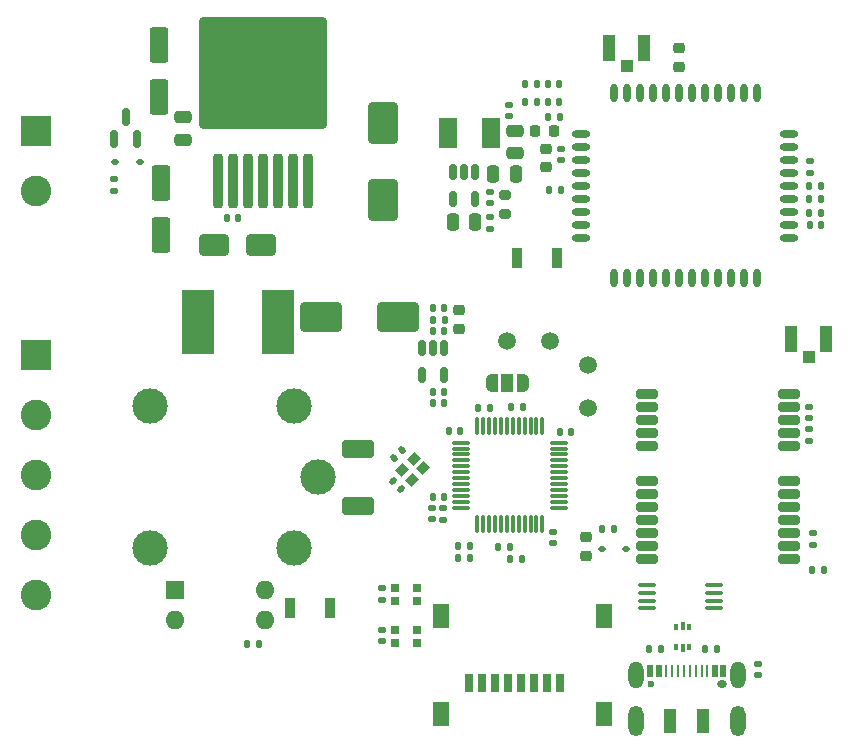
<source format=gbr>
%TF.GenerationSoftware,KiCad,Pcbnew,(7.0.0)*%
%TF.CreationDate,2023-06-28T18:16:18+03:00*%
%TF.ProjectId,GeoLock,47656f4c-6f63-46b2-9e6b-696361645f70,rev?*%
%TF.SameCoordinates,Original*%
%TF.FileFunction,Soldermask,Top*%
%TF.FilePolarity,Negative*%
%FSLAX46Y46*%
G04 Gerber Fmt 4.6, Leading zero omitted, Abs format (unit mm)*
G04 Created by KiCad (PCBNEW (7.0.0)) date 2023-06-28 18:16:18*
%MOMM*%
%LPD*%
G01*
G04 APERTURE LIST*
G04 Aperture macros list*
%AMRoundRect*
0 Rectangle with rounded corners*
0 $1 Rounding radius*
0 $2 $3 $4 $5 $6 $7 $8 $9 X,Y pos of 4 corners*
0 Add a 4 corners polygon primitive as box body*
4,1,4,$2,$3,$4,$5,$6,$7,$8,$9,$2,$3,0*
0 Add four circle primitives for the rounded corners*
1,1,$1+$1,$2,$3*
1,1,$1+$1,$4,$5*
1,1,$1+$1,$6,$7*
1,1,$1+$1,$8,$9*
0 Add four rect primitives between the rounded corners*
20,1,$1+$1,$2,$3,$4,$5,0*
20,1,$1+$1,$4,$5,$6,$7,0*
20,1,$1+$1,$6,$7,$8,$9,0*
20,1,$1+$1,$8,$9,$2,$3,0*%
%AMRotRect*
0 Rectangle, with rotation*
0 The origin of the aperture is its center*
0 $1 length*
0 $2 width*
0 $3 Rotation angle, in degrees counterclockwise*
0 Add horizontal line*
21,1,$1,$2,0,0,$3*%
%AMFreePoly0*
4,1,19,0.550000,-0.750000,0.000000,-0.750000,0.000000,-0.744911,-0.071157,-0.744911,-0.207708,-0.704816,-0.327430,-0.627875,-0.420627,-0.520320,-0.479746,-0.390866,-0.500000,-0.250000,-0.500000,0.250000,-0.479746,0.390866,-0.420627,0.520320,-0.327430,0.627875,-0.207708,0.704816,-0.071157,0.744911,0.000000,0.744911,0.000000,0.750000,0.550000,0.750000,0.550000,-0.750000,0.550000,-0.750000,
$1*%
%AMFreePoly1*
4,1,19,0.000000,0.744911,0.071157,0.744911,0.207708,0.704816,0.327430,0.627875,0.420627,0.520320,0.479746,0.390866,0.500000,0.250000,0.500000,-0.250000,0.479746,-0.390866,0.420627,-0.520320,0.327430,-0.627875,0.207708,-0.704816,0.071157,-0.744911,0.000000,-0.744911,0.000000,-0.750000,-0.550000,-0.750000,-0.550000,0.750000,0.000000,0.750000,0.000000,0.744911,0.000000,0.744911,
$1*%
G04 Aperture macros list end*
%ADD10RoundRect,0.140000X0.140000X0.170000X-0.140000X0.170000X-0.140000X-0.170000X0.140000X-0.170000X0*%
%ADD11RoundRect,0.135000X0.135000X0.185000X-0.135000X0.185000X-0.135000X-0.185000X0.135000X-0.185000X0*%
%ADD12RoundRect,0.250000X0.475000X-0.250000X0.475000X0.250000X-0.475000X0.250000X-0.475000X-0.250000X0*%
%ADD13RoundRect,0.250000X0.550000X-1.250000X0.550000X1.250000X-0.550000X1.250000X-0.550000X-1.250000X0*%
%ADD14RoundRect,0.135000X-0.135000X-0.185000X0.135000X-0.185000X0.135000X0.185000X-0.135000X0.185000X0*%
%ADD15RoundRect,0.147500X-0.147500X-0.172500X0.147500X-0.172500X0.147500X0.172500X-0.147500X0.172500X0*%
%ADD16RoundRect,0.135000X-0.185000X0.135000X-0.185000X-0.135000X0.185000X-0.135000X0.185000X0.135000X0*%
%ADD17RoundRect,0.250000X-1.100000X0.500000X-1.100000X-0.500000X1.100000X-0.500000X1.100000X0.500000X0*%
%ADD18RoundRect,0.250000X-1.000000X-0.650000X1.000000X-0.650000X1.000000X0.650000X-1.000000X0.650000X0*%
%ADD19RoundRect,0.140000X-0.140000X-0.170000X0.140000X-0.170000X0.140000X0.170000X-0.140000X0.170000X0*%
%ADD20RoundRect,0.147500X0.147500X0.172500X-0.147500X0.172500X-0.147500X-0.172500X0.147500X-0.172500X0*%
%ADD21RoundRect,0.250000X-1.500000X-1.000000X1.500000X-1.000000X1.500000X1.000000X-1.500000X1.000000X0*%
%ADD22RoundRect,0.140000X-0.170000X0.140000X-0.170000X-0.140000X0.170000X-0.140000X0.170000X0.140000X0*%
%ADD23RoundRect,0.150000X0.150000X-0.587500X0.150000X0.587500X-0.150000X0.587500X-0.150000X-0.587500X0*%
%ADD24RoundRect,0.150000X-0.150000X0.512500X-0.150000X-0.512500X0.150000X-0.512500X0.150000X0.512500X0*%
%ADD25C,1.500000*%
%ADD26O,0.600000X1.600000*%
%ADD27O,1.600000X0.600000*%
%ADD28R,0.800000X1.500000*%
%ADD29R,1.450000X2.000000*%
%ADD30RoundRect,0.200000X0.700000X0.200000X-0.700000X0.200000X-0.700000X-0.200000X0.700000X-0.200000X0*%
%ADD31RoundRect,0.250000X-0.475000X0.250000X-0.475000X-0.250000X0.475000X-0.250000X0.475000X0.250000X0*%
%ADD32RoundRect,0.250000X1.000000X-1.500000X1.000000X1.500000X-1.000000X1.500000X-1.000000X-1.500000X0*%
%ADD33RoundRect,0.140000X-0.021213X0.219203X-0.219203X0.021213X0.021213X-0.219203X0.219203X-0.021213X0*%
%ADD34R,1.000000X1.050000*%
%ADD35R,1.050000X2.200000*%
%ADD36RoundRect,0.147500X0.172500X-0.147500X0.172500X0.147500X-0.172500X0.147500X-0.172500X-0.147500X0*%
%ADD37RoundRect,0.225000X-0.250000X0.225000X-0.250000X-0.225000X0.250000X-0.225000X0.250000X0.225000X0*%
%ADD38RoundRect,0.140000X0.170000X-0.140000X0.170000X0.140000X-0.170000X0.140000X-0.170000X-0.140000X0*%
%ADD39RoundRect,0.218750X-0.256250X0.218750X-0.256250X-0.218750X0.256250X-0.218750X0.256250X0.218750X0*%
%ADD40RoundRect,0.112500X0.187500X0.112500X-0.187500X0.112500X-0.187500X-0.112500X0.187500X-0.112500X0*%
%ADD41R,0.700000X0.700000*%
%ADD42RotRect,0.900000X0.800000X45.000000*%
%ADD43RoundRect,0.135000X0.185000X-0.135000X0.185000X0.135000X-0.185000X0.135000X-0.185000X-0.135000X0*%
%ADD44RoundRect,0.112500X-0.187500X-0.112500X0.187500X-0.112500X0.187500X0.112500X-0.187500X0.112500X0*%
%ADD45RoundRect,0.218750X0.218750X0.256250X-0.218750X0.256250X-0.218750X-0.256250X0.218750X-0.256250X0*%
%ADD46RoundRect,0.075000X-0.662500X-0.075000X0.662500X-0.075000X0.662500X0.075000X-0.662500X0.075000X0*%
%ADD47RoundRect,0.075000X-0.075000X-0.662500X0.075000X-0.662500X0.075000X0.662500X-0.075000X0.662500X0*%
%ADD48RoundRect,0.250000X-0.550000X1.250000X-0.550000X-1.250000X0.550000X-1.250000X0.550000X1.250000X0*%
%ADD49R,0.900000X1.700000*%
%ADD50R,2.750000X5.500000*%
%ADD51RoundRect,0.250000X-0.250000X-0.475000X0.250000X-0.475000X0.250000X0.475000X-0.250000X0.475000X0*%
%ADD52RoundRect,0.200000X-0.275000X0.200000X-0.275000X-0.200000X0.275000X-0.200000X0.275000X0.200000X0*%
%ADD53C,3.000000*%
%ADD54R,2.600000X2.600000*%
%ADD55C,2.600000*%
%ADD56RoundRect,0.200000X0.200000X-2.100000X0.200000X2.100000X-0.200000X2.100000X-0.200000X-2.100000X0*%
%ADD57RoundRect,0.250002X5.149998X-4.449998X5.149998X4.449998X-5.149998X4.449998X-5.149998X-4.449998X0*%
%ADD58FreePoly0,0.000000*%
%ADD59R,1.000000X1.500000*%
%ADD60FreePoly1,0.000000*%
%ADD61RoundRect,0.140000X0.219203X0.021213X0.021213X0.219203X-0.219203X-0.021213X-0.021213X-0.219203X0*%
%ADD62R,0.375000X0.500000*%
%ADD63R,0.300000X0.650000*%
%ADD64RoundRect,0.100000X-0.637500X-0.100000X0.637500X-0.100000X0.637500X0.100000X-0.637500X0.100000X0*%
%ADD65R,1.600000X1.600000*%
%ADD66O,1.600000X1.600000*%
%ADD67RoundRect,0.225000X0.250000X-0.225000X0.250000X0.225000X-0.250000X0.225000X-0.250000X-0.225000X0*%
%ADD68C,0.600000*%
%ADD69R,1.000000X2.000000*%
%ADD70O,0.850000X0.600000*%
%ADD71R,0.520000X1.000000*%
%ADD72R,0.270000X1.000000*%
%ADD73O,1.300000X2.300000*%
%ADD74O,1.300000X2.600000*%
%ADD75R,1.500000X2.500000*%
G04 APERTURE END LIST*
D10*
%TO.C,C206*%
X140850400Y-95967400D03*
X139890400Y-95967400D03*
%TD*%
D11*
%TO.C,R409*%
X147369400Y-68129000D03*
X146349400Y-68129000D03*
%TD*%
D10*
%TO.C,C410*%
X149255200Y-69348200D03*
X148295200Y-69348200D03*
%TD*%
D12*
%TO.C,C504*%
X117393400Y-71304800D03*
X117393400Y-69404800D03*
%TD*%
D13*
%TO.C,C502*%
X115361400Y-67662000D03*
X115361400Y-63262000D03*
%TD*%
D14*
%TO.C,R407*%
X148379400Y-75596600D03*
X149399400Y-75596600D03*
%TD*%
D15*
%TO.C,D401*%
X148255300Y-68129000D03*
X149225300Y-68129000D03*
%TD*%
D16*
%TO.C,R101*%
X111551400Y-74602800D03*
X111551400Y-75622800D03*
%TD*%
D17*
%TO.C,D301*%
X132165000Y-97473400D03*
X132165000Y-102273400D03*
%TD*%
D18*
%TO.C,D501*%
X119965400Y-80194800D03*
X123965400Y-80194800D03*
%TD*%
D19*
%TO.C,C408*%
X170442600Y-78492800D03*
X171402600Y-78492800D03*
%TD*%
D20*
%TO.C,D402*%
X149224400Y-66605800D03*
X148254400Y-66605800D03*
%TD*%
%TO.C,D602*%
X171638000Y-107725200D03*
X170668000Y-107725200D03*
%TD*%
D19*
%TO.C,C204*%
X149270400Y-96069800D03*
X150230400Y-96069800D03*
%TD*%
D21*
%TO.C,C506*%
X129091400Y-86315400D03*
X135591400Y-86315400D03*
%TD*%
D14*
%TO.C,R205*%
X145039400Y-106762400D03*
X146059400Y-106762400D03*
%TD*%
D22*
%TO.C,C402*%
X143405000Y-75734800D03*
X143405000Y-76694800D03*
%TD*%
D23*
%TO.C,Q101*%
X111554000Y-71276300D03*
X113454000Y-71276300D03*
X112504000Y-69401300D03*
%TD*%
D24*
%TO.C,U502*%
X139489000Y-88947300D03*
X138539000Y-88947300D03*
X137589000Y-88947300D03*
X137589000Y-91222300D03*
X139489000Y-91222300D03*
%TD*%
D14*
%TO.C,R602*%
X152837200Y-104273200D03*
X153857200Y-104273200D03*
%TD*%
D25*
%TO.C,TP201*%
X148470400Y-88322800D03*
%TD*%
D10*
%TO.C,C501*%
X122064400Y-77908800D03*
X121104400Y-77908800D03*
%TD*%
D26*
%TO.C,U402*%
X153842399Y-83040799D03*
X154942399Y-83040799D03*
X156042399Y-83040799D03*
X157142399Y-83040799D03*
X158242399Y-83040799D03*
X159342399Y-83040799D03*
X160442399Y-83040799D03*
X161542399Y-83040799D03*
X162642399Y-83040799D03*
X163742399Y-83040799D03*
X164842399Y-83040799D03*
X165942399Y-83040799D03*
D27*
X168692399Y-79590799D03*
X168692399Y-78490799D03*
X168692399Y-77390799D03*
X168692399Y-76290799D03*
X168692399Y-75190799D03*
X168692399Y-74090799D03*
X168692399Y-72990799D03*
X168692399Y-71890799D03*
X168692399Y-70790799D03*
D26*
X165942399Y-67340799D03*
X164842399Y-67340799D03*
X163742399Y-67340799D03*
X162642399Y-67340799D03*
X161542399Y-67340799D03*
X160442399Y-67340799D03*
X159342399Y-67340799D03*
X158242399Y-67340799D03*
X157142399Y-67340799D03*
X156042399Y-67340799D03*
X154942399Y-67340799D03*
X153842399Y-67340799D03*
D27*
X151092399Y-70790799D03*
X151092399Y-71890799D03*
X151092399Y-72990799D03*
X151092399Y-74090799D03*
X151092399Y-75190799D03*
X151092399Y-76290799D03*
X151092399Y-77390799D03*
X151092399Y-78490799D03*
X151092399Y-79590799D03*
%TD*%
D28*
%TO.C,J201*%
X149306599Y-117303399D03*
X148206599Y-117303399D03*
X147106599Y-117303399D03*
X146006599Y-117303399D03*
X144906599Y-117303399D03*
X143806599Y-117303399D03*
X142706599Y-117303399D03*
X141606599Y-117303399D03*
D29*
X152981599Y-119903399D03*
X152981599Y-111603399D03*
X139231599Y-119903399D03*
X139231599Y-111603399D03*
%TD*%
D30*
%TO.C,U601*%
X168636400Y-106810800D03*
X168636400Y-105710800D03*
X168636400Y-104610800D03*
X168636400Y-103510800D03*
X168636400Y-102410800D03*
X168636400Y-101310800D03*
X168636400Y-100210800D03*
X168636400Y-97210800D03*
X168636400Y-96110800D03*
X168636400Y-95010800D03*
X168636400Y-93910800D03*
X168636400Y-92810800D03*
X156636400Y-92810800D03*
X156636400Y-93910800D03*
X156636400Y-95010800D03*
X156636400Y-96110800D03*
X156636400Y-97210800D03*
X156636400Y-100210800D03*
X156636400Y-101310800D03*
X156636400Y-102410800D03*
X156636400Y-103510800D03*
X156636400Y-104610800D03*
X156636400Y-105710800D03*
X156636400Y-106810800D03*
%TD*%
D14*
%TO.C,R404*%
X170382600Y-77527800D03*
X171402600Y-77527800D03*
%TD*%
D10*
%TO.C,C510*%
X139470200Y-93608600D03*
X138510200Y-93608600D03*
%TD*%
D31*
%TO.C,C407*%
X145460400Y-70547800D03*
X145460400Y-72447800D03*
%TD*%
D24*
%TO.C,U401*%
X142104600Y-74064200D03*
X141154600Y-74064200D03*
X140204600Y-74064200D03*
X140204600Y-76339200D03*
X142104600Y-76339200D03*
%TD*%
D32*
%TO.C,C505*%
X134284400Y-76398800D03*
X134284400Y-69898800D03*
%TD*%
D33*
%TO.C,C208*%
X135893811Y-97600778D03*
X135214989Y-98279600D03*
%TD*%
D10*
%TO.C,C511*%
X139465000Y-92643400D03*
X138505000Y-92643400D03*
%TD*%
D14*
%TO.C,R406*%
X170380600Y-75190800D03*
X171400600Y-75190800D03*
%TD*%
D25*
%TO.C,TP202*%
X151670800Y-90354000D03*
%TD*%
D34*
%TO.C,J601*%
X170365199Y-89727599D03*
D35*
X168890199Y-88202599D03*
X171840199Y-88202599D03*
%TD*%
D36*
%TO.C,L601*%
X170352400Y-94880800D03*
X170352400Y-93910800D03*
%TD*%
D10*
%TO.C,C508*%
X139515800Y-86553000D03*
X138555800Y-86553000D03*
%TD*%
D37*
%TO.C,C401*%
X159341600Y-63569400D03*
X159341600Y-65119400D03*
%TD*%
D25*
%TO.C,TP204*%
X151683400Y-94037800D03*
%TD*%
D22*
%TO.C,C211*%
X134232000Y-109284400D03*
X134232000Y-110244400D03*
%TD*%
D38*
%TO.C,C101*%
X166016400Y-116638400D03*
X166016400Y-115678400D03*
%TD*%
D39*
%TO.C,FB501*%
X140723400Y-85731100D03*
X140723400Y-87306100D03*
%TD*%
D14*
%TO.C,R206*%
X145124800Y-93956000D03*
X146144800Y-93956000D03*
%TD*%
D40*
%TO.C,D101*%
X113744400Y-73209800D03*
X111644400Y-73209800D03*
%TD*%
D41*
%TO.C,D202*%
X135348999Y-112798399D03*
X135348999Y-113898399D03*
X137178999Y-113898399D03*
X137178999Y-112798399D03*
%TD*%
D10*
%TO.C,C203*%
X139463400Y-101533400D03*
X138503400Y-101533400D03*
%TD*%
D11*
%TO.C,R102*%
X157845000Y-114407800D03*
X156825000Y-114407800D03*
%TD*%
D42*
%TO.C,Y201*%
X136720522Y-100068482D03*
X137710471Y-99078533D03*
X136932654Y-98300716D03*
X135942705Y-99290665D03*
%TD*%
D43*
%TO.C,R601*%
X170352400Y-96835800D03*
X170352400Y-95815800D03*
%TD*%
D44*
%TO.C,D601*%
X152807000Y-105916200D03*
X154907000Y-105916200D03*
%TD*%
D45*
%TO.C,FB401*%
X148749900Y-70567400D03*
X147174900Y-70567400D03*
%TD*%
D46*
%TO.C,U201*%
X140887000Y-96942400D03*
X140887000Y-97442400D03*
X140887000Y-97942400D03*
X140887000Y-98442400D03*
X140887000Y-98942400D03*
X140887000Y-99442400D03*
X140887000Y-99942400D03*
X140887000Y-100442400D03*
X140887000Y-100942400D03*
X140887000Y-101442400D03*
X140887000Y-101942400D03*
X140887000Y-102442400D03*
D47*
X142299500Y-103854900D03*
X142799500Y-103854900D03*
X143299500Y-103854900D03*
X143799500Y-103854900D03*
X144299500Y-103854900D03*
X144799500Y-103854900D03*
X145299500Y-103854900D03*
X145799500Y-103854900D03*
X146299500Y-103854900D03*
X146799500Y-103854900D03*
X147299500Y-103854900D03*
X147799500Y-103854900D03*
D46*
X149212000Y-102442400D03*
X149212000Y-101942400D03*
X149212000Y-101442400D03*
X149212000Y-100942400D03*
X149212000Y-100442400D03*
X149212000Y-99942400D03*
X149212000Y-99442400D03*
X149212000Y-98942400D03*
X149212000Y-98442400D03*
X149212000Y-97942400D03*
X149212000Y-97442400D03*
X149212000Y-96942400D03*
D47*
X147799500Y-95529900D03*
X147299500Y-95529900D03*
X146799500Y-95529900D03*
X146299500Y-95529900D03*
X145799500Y-95529900D03*
X145299500Y-95529900D03*
X144799500Y-95529900D03*
X144299500Y-95529900D03*
X143799500Y-95529900D03*
X143299500Y-95529900D03*
X142799500Y-95529900D03*
X142299500Y-95529900D03*
%TD*%
D16*
%TO.C,R402*%
X143405000Y-77810400D03*
X143405000Y-78830400D03*
%TD*%
D48*
%TO.C,C503*%
X115488400Y-74946800D03*
X115488400Y-79346800D03*
%TD*%
D49*
%TO.C,SW401*%
X145619999Y-81279999D03*
X149019999Y-81279999D03*
%TD*%
D10*
%TO.C,C507*%
X139510600Y-85587800D03*
X138550600Y-85587800D03*
%TD*%
D50*
%TO.C,L501*%
X118679399Y-86696399D03*
X125429399Y-86696399D03*
%TD*%
D10*
%TO.C,C509*%
X139510600Y-87518200D03*
X138550600Y-87518200D03*
%TD*%
D51*
%TO.C,C405*%
X140219800Y-78269600D03*
X142119800Y-78269600D03*
%TD*%
D52*
%TO.C,R401*%
X144660400Y-75965400D03*
X144660400Y-77615400D03*
%TD*%
D14*
%TO.C,R103*%
X161602200Y-114407800D03*
X162622200Y-114407800D03*
%TD*%
D41*
%TO.C,D201*%
X135348999Y-109284399D03*
X135348999Y-110384399D03*
X137178999Y-110384399D03*
X137178999Y-109284399D03*
%TD*%
D53*
%TO.C,K301*%
X128761400Y-99873400D03*
X114561400Y-105873400D03*
X114561400Y-93873400D03*
X126761400Y-93873400D03*
X126761400Y-105873400D03*
%TD*%
D22*
%TO.C,C210*%
X134232000Y-112798400D03*
X134232000Y-113758400D03*
%TD*%
D51*
%TO.C,C406*%
X143638600Y-74205600D03*
X145538600Y-74205600D03*
%TD*%
D38*
%TO.C,C207*%
X138475400Y-103433200D03*
X138475400Y-102473200D03*
%TD*%
D37*
%TO.C,C601*%
X151467600Y-104971400D03*
X151467600Y-106521400D03*
%TD*%
D54*
%TO.C,J101*%
X104896399Y-70537799D03*
D55*
X104896400Y-75617800D03*
%TD*%
D14*
%TO.C,R203*%
X140645200Y-106686200D03*
X141665200Y-106686200D03*
%TD*%
D11*
%TO.C,R204*%
X145041400Y-105746400D03*
X144021400Y-105746400D03*
%TD*%
D38*
%TO.C,C409*%
X144990600Y-69322800D03*
X144990600Y-68362800D03*
%TD*%
D56*
%TO.C,U501*%
X120314400Y-74793800D03*
X121584400Y-74793800D03*
X122854400Y-74793800D03*
X124124400Y-74793800D03*
X125394400Y-74793800D03*
X126664400Y-74793800D03*
X127934400Y-74793800D03*
D57*
X124124400Y-65643800D03*
%TD*%
D25*
%TO.C,TP203*%
X144825400Y-88322800D03*
%TD*%
D22*
%TO.C,C205*%
X148724400Y-104476400D03*
X148724400Y-105436400D03*
%TD*%
D58*
%TO.C,JP201*%
X143524000Y-91883100D03*
D59*
X144823999Y-91883099D03*
D60*
X146124000Y-91883100D03*
%TD*%
D11*
%TO.C,R207*%
X143354800Y-94006800D03*
X142334800Y-94006800D03*
%TD*%
D61*
%TO.C,C209*%
X135808400Y-100854211D03*
X135129578Y-100175389D03*
%TD*%
D62*
%TO.C,U101*%
X159131499Y-114216399D03*
D63*
X159668999Y-114291399D03*
D62*
X160206499Y-114216399D03*
X160206499Y-112516399D03*
D63*
X159668999Y-112441399D03*
D62*
X159131499Y-112516399D03*
%TD*%
D22*
%TO.C,C404*%
X149351400Y-72043800D03*
X149351400Y-73003800D03*
%TD*%
D14*
%TO.C,R405*%
X170382600Y-76283000D03*
X171402600Y-76283000D03*
%TD*%
%TO.C,R202*%
X140645200Y-105695600D03*
X141665200Y-105695600D03*
%TD*%
D34*
%TO.C,J402*%
X154942399Y-65031799D03*
D35*
X153467399Y-63506799D03*
X156417399Y-63506799D03*
%TD*%
D64*
%TO.C,U602*%
X156636400Y-109023800D03*
X156636400Y-109673800D03*
X156636400Y-110323800D03*
X156636400Y-110973800D03*
X162361400Y-110973800D03*
X162361400Y-110323800D03*
X162361400Y-109673800D03*
X162361400Y-109023800D03*
%TD*%
D54*
%TO.C,J102*%
X104948599Y-89561799D03*
D55*
X104948600Y-94641800D03*
X104948600Y-99721800D03*
X104948600Y-104801800D03*
X104948600Y-109881800D03*
%TD*%
D65*
%TO.C,U301*%
X116655599Y-109393399D03*
D66*
X116655599Y-111933399D03*
X124275599Y-111933399D03*
X124275599Y-109393399D03*
%TD*%
D49*
%TO.C,SW201*%
X126450399Y-110953399D03*
X129850399Y-110953399D03*
%TD*%
D11*
%TO.C,R408*%
X147365400Y-66605800D03*
X146345400Y-66605800D03*
%TD*%
%TO.C,R301*%
X123834400Y-114001400D03*
X122814400Y-114001400D03*
%TD*%
D43*
%TO.C,R603*%
X170693400Y-105621000D03*
X170693400Y-104601000D03*
%TD*%
D67*
%TO.C,C403*%
X148114800Y-73615400D03*
X148114800Y-72065400D03*
%TD*%
D43*
%TO.C,R403*%
X170441400Y-74123400D03*
X170441400Y-73103400D03*
%TD*%
D68*
%TO.C,J103*%
X157027400Y-117385400D03*
D69*
X158627399Y-120485399D03*
X161427399Y-120485399D03*
D70*
X163027399Y-117385399D03*
D71*
X156927399Y-116285399D03*
X157677399Y-116285399D03*
D72*
X158277399Y-116285399D03*
X159777399Y-116285399D03*
X160777399Y-116285399D03*
X161777399Y-116285399D03*
D71*
X162377399Y-116285399D03*
X163127399Y-116285399D03*
X163127399Y-116285399D03*
X162377399Y-116285399D03*
D72*
X161277399Y-116285399D03*
X160277399Y-116285399D03*
X159277399Y-116285399D03*
X158777399Y-116285399D03*
D71*
X157677399Y-116285399D03*
X156927399Y-116285399D03*
D73*
X155707399Y-116660399D03*
D74*
X155707399Y-120485399D03*
D73*
X164347399Y-116660399D03*
D74*
X164347399Y-120485399D03*
%TD*%
D75*
%TO.C,L401*%
X139776999Y-70700399D03*
X143476999Y-70700399D03*
%TD*%
D16*
%TO.C,R201*%
X139415200Y-102445800D03*
X139415200Y-103465800D03*
%TD*%
M02*

</source>
